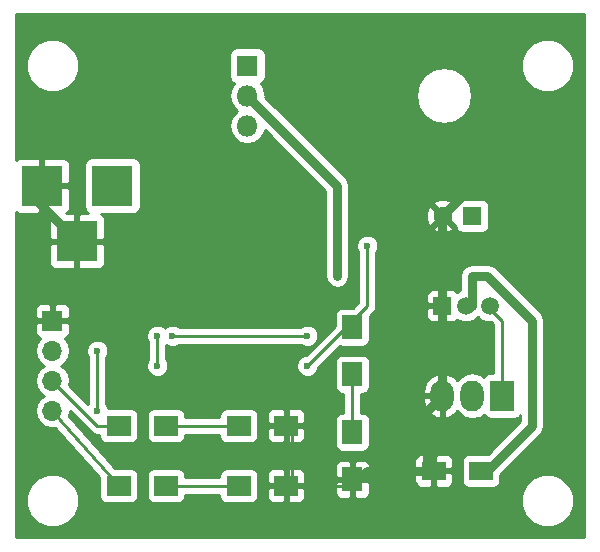
<source format=gbr>
G04 #@! TF.FileFunction,Copper,L1,Top,Signal*
%FSLAX46Y46*%
G04 Gerber Fmt 4.6, Leading zero omitted, Abs format (unit mm)*
G04 Created by KiCad (PCBNEW 4.0.7) date Tuesday, February 20, 2018 'PMt' 07:47:19 PM*
%MOMM*%
%LPD*%
G01*
G04 APERTURE LIST*
%ADD10C,0.100000*%
%ADD11R,1.600000X1.600000*%
%ADD12C,1.600000*%
%ADD13R,2.000000X1.600000*%
%ADD14R,2.000000X1.700000*%
%ADD15R,3.500000X3.500000*%
%ADD16R,1.700000X1.700000*%
%ADD17O,1.700000X1.700000*%
%ADD18R,1.800000X1.800000*%
%ADD19O,1.800000X1.800000*%
%ADD20R,1.500000X1.500000*%
%ADD21C,1.500000*%
%ADD22R,2.000000X2.600000*%
%ADD23O,2.000000X2.600000*%
%ADD24R,1.700000X2.000000*%
%ADD25C,0.600000*%
%ADD26C,0.750000*%
%ADD27C,0.250000*%
%ADD28C,0.254000*%
G04 APERTURE END LIST*
D10*
D11*
X90170000Y-31750000D03*
D12*
X87670000Y-31750000D03*
D13*
X90900000Y-53340000D03*
X86900000Y-53340000D03*
D14*
X64230000Y-54610000D03*
X60230000Y-54610000D03*
X64230000Y-49530000D03*
X60230000Y-49530000D03*
D15*
X59690000Y-29210000D03*
X53690000Y-29210000D03*
X56690000Y-33910000D03*
D16*
X54610000Y-40640000D03*
D17*
X54610000Y-43180000D03*
X54610000Y-45720000D03*
X54610000Y-48260000D03*
D14*
X70390000Y-54610000D03*
X74390000Y-54610000D03*
X70390000Y-49530000D03*
X74390000Y-49530000D03*
D18*
X71120000Y-19050000D03*
D19*
X71120000Y-21590000D03*
X71120000Y-24130000D03*
D20*
X87630000Y-39370000D03*
D21*
X89630000Y-39370000D03*
X91630000Y-39370000D03*
D22*
X92710000Y-46990000D03*
D23*
X90170000Y-46990000D03*
X87630000Y-46990000D03*
D24*
X80010000Y-45180000D03*
X80010000Y-41180000D03*
X80010000Y-50070000D03*
X80010000Y-54070000D03*
D25*
X92710000Y-25400000D03*
X76200000Y-44450000D03*
X81280000Y-34290000D03*
X78740000Y-36830000D03*
X58420000Y-43180000D03*
X58420000Y-48260000D03*
X63500000Y-41910000D03*
X63500000Y-44450000D03*
X64770000Y-41910000D03*
X76200000Y-41910000D03*
D26*
X87670000Y-31750000D02*
X87630000Y-31750000D01*
X87630000Y-31750000D02*
X92710000Y-26670000D01*
X92710000Y-26670000D02*
X92710000Y-25400000D01*
D27*
X56690000Y-33910000D02*
X57150000Y-34290000D01*
D26*
X57150000Y-34290000D02*
X53340000Y-30480000D01*
D27*
X53340000Y-30480000D02*
X53340000Y-29210000D01*
X53340000Y-29210000D02*
X53690000Y-29210000D01*
D26*
X87630000Y-46990000D02*
X86360000Y-48260000D01*
X86360000Y-48260000D02*
X86360000Y-53340000D01*
D27*
X86360000Y-53340000D02*
X86900000Y-53340000D01*
D26*
X86900000Y-53340000D02*
X81280000Y-53340000D01*
X81280000Y-53340000D02*
X80010000Y-54610000D01*
D27*
X80010000Y-54610000D02*
X80010000Y-54070000D01*
D26*
X87630000Y-39370000D02*
X87630000Y-31750000D01*
D27*
X87630000Y-31750000D02*
X87670000Y-31750000D01*
D26*
X87630000Y-39370000D02*
X87630000Y-46990000D01*
D27*
X80010000Y-54070000D02*
X80010000Y-54610000D01*
X80010000Y-54610000D02*
X74390000Y-54610000D01*
X74390000Y-54610000D02*
X74930000Y-54610000D01*
X74930000Y-54610000D02*
X74930000Y-49530000D01*
X74930000Y-49530000D02*
X74390000Y-49530000D01*
X80010000Y-41180000D02*
X80010000Y-40640000D01*
X80010000Y-40640000D02*
X76200000Y-44450000D01*
X80010000Y-41180000D02*
X80010000Y-40640000D01*
X80010000Y-40640000D02*
X81280000Y-39370000D01*
X81280000Y-39370000D02*
X81280000Y-34290000D01*
D26*
X71120000Y-21590000D02*
X78740000Y-29210000D01*
X78740000Y-29210000D02*
X78740000Y-36830000D01*
D27*
X89630000Y-39370000D02*
X90170000Y-39370000D01*
D26*
X90170000Y-39370000D02*
X90170000Y-36830000D01*
X95250000Y-49530000D02*
X91440000Y-53340000D01*
X95250000Y-40640000D02*
X95250000Y-49530000D01*
X91440000Y-36830000D02*
X95250000Y-40640000D01*
X90170000Y-36830000D02*
X91440000Y-36830000D01*
D27*
X91440000Y-53340000D02*
X90900000Y-53340000D01*
X64230000Y-54610000D02*
X70390000Y-54610000D01*
X58420000Y-48260000D02*
X58420000Y-43180000D01*
X60230000Y-54610000D02*
X59690000Y-54610000D01*
X54610000Y-48260000D02*
X60230000Y-54610000D01*
X70390000Y-49530000D02*
X64230000Y-49530000D01*
X60230000Y-49530000D02*
X58420000Y-49530000D01*
X58420000Y-49530000D02*
X54610000Y-45720000D01*
X60230000Y-49530000D02*
X59690000Y-49530000D01*
X63500000Y-44450000D02*
X63500000Y-41910000D01*
X73660000Y-41910000D02*
X76200000Y-41910000D01*
X64770000Y-41910000D02*
X73660000Y-41910000D01*
X91630000Y-39370000D02*
X91440000Y-39370000D01*
X91440000Y-39370000D02*
X92710000Y-40640000D01*
X92710000Y-40640000D02*
X92710000Y-46990000D01*
X80010000Y-50070000D02*
X80010000Y-45180000D01*
D28*
G36*
X99620000Y-58980000D02*
X51510000Y-58980000D01*
X51510000Y-56322619D01*
X52374613Y-56322619D01*
X52714155Y-57144372D01*
X53342321Y-57773636D01*
X54163481Y-58114611D01*
X55052619Y-58115387D01*
X55874372Y-57775845D01*
X56503636Y-57147679D01*
X56844611Y-56326519D01*
X56844614Y-56322619D01*
X94284613Y-56322619D01*
X94624155Y-57144372D01*
X95252321Y-57773636D01*
X96073481Y-58114611D01*
X96962619Y-58115387D01*
X97784372Y-57775845D01*
X98413636Y-57147679D01*
X98754611Y-56326519D01*
X98755387Y-55437381D01*
X98415845Y-54615628D01*
X97787679Y-53986364D01*
X96966519Y-53645389D01*
X96077381Y-53644613D01*
X95255628Y-53984155D01*
X94626364Y-54612321D01*
X94285389Y-55433481D01*
X94284613Y-56322619D01*
X56844614Y-56322619D01*
X56845387Y-55437381D01*
X56505845Y-54615628D01*
X55877679Y-53986364D01*
X55056519Y-53645389D01*
X54167381Y-53644613D01*
X53345628Y-53984155D01*
X52716364Y-54612321D01*
X52375389Y-55433481D01*
X52374613Y-56322619D01*
X51510000Y-56322619D01*
X51510000Y-43180000D01*
X53095907Y-43180000D01*
X53208946Y-43748285D01*
X53530853Y-44230054D01*
X53860026Y-44450000D01*
X53530853Y-44669946D01*
X53208946Y-45151715D01*
X53095907Y-45720000D01*
X53208946Y-46288285D01*
X53530853Y-46770054D01*
X53860026Y-46990000D01*
X53530853Y-47209946D01*
X53208946Y-47691715D01*
X53095907Y-48260000D01*
X53208946Y-48828285D01*
X53530853Y-49310054D01*
X54012622Y-49631961D01*
X54580907Y-49745000D01*
X54639093Y-49745000D01*
X54868919Y-49699285D01*
X58582560Y-53895302D01*
X58582560Y-55460000D01*
X58626838Y-55695317D01*
X58765910Y-55911441D01*
X58978110Y-56056431D01*
X59230000Y-56107440D01*
X61230000Y-56107440D01*
X61465317Y-56063162D01*
X61681441Y-55924090D01*
X61826431Y-55711890D01*
X61877440Y-55460000D01*
X61877440Y-53760000D01*
X62582560Y-53760000D01*
X62582560Y-55460000D01*
X62626838Y-55695317D01*
X62765910Y-55911441D01*
X62978110Y-56056431D01*
X63230000Y-56107440D01*
X65230000Y-56107440D01*
X65465317Y-56063162D01*
X65681441Y-55924090D01*
X65826431Y-55711890D01*
X65877440Y-55460000D01*
X65877440Y-55370000D01*
X68742560Y-55370000D01*
X68742560Y-55460000D01*
X68786838Y-55695317D01*
X68925910Y-55911441D01*
X69138110Y-56056431D01*
X69390000Y-56107440D01*
X71390000Y-56107440D01*
X71625317Y-56063162D01*
X71841441Y-55924090D01*
X71986431Y-55711890D01*
X72037440Y-55460000D01*
X72037440Y-54895750D01*
X72755000Y-54895750D01*
X72755000Y-55586310D01*
X72851673Y-55819699D01*
X73030302Y-55998327D01*
X73263691Y-56095000D01*
X74104250Y-56095000D01*
X74263000Y-55936250D01*
X74263000Y-54737000D01*
X74517000Y-54737000D01*
X74517000Y-55936250D01*
X74675750Y-56095000D01*
X75516309Y-56095000D01*
X75749698Y-55998327D01*
X75928327Y-55819699D01*
X76025000Y-55586310D01*
X76025000Y-54895750D01*
X75866250Y-54737000D01*
X74517000Y-54737000D01*
X74263000Y-54737000D01*
X72913750Y-54737000D01*
X72755000Y-54895750D01*
X72037440Y-54895750D01*
X72037440Y-53760000D01*
X72013674Y-53633690D01*
X72755000Y-53633690D01*
X72755000Y-54324250D01*
X72913750Y-54483000D01*
X74263000Y-54483000D01*
X74263000Y-53283750D01*
X74517000Y-53283750D01*
X74517000Y-54483000D01*
X75866250Y-54483000D01*
X75993500Y-54355750D01*
X78525000Y-54355750D01*
X78525000Y-55196309D01*
X78621673Y-55429698D01*
X78800301Y-55608327D01*
X79033690Y-55705000D01*
X79724250Y-55705000D01*
X79883000Y-55546250D01*
X79883000Y-54197000D01*
X80137000Y-54197000D01*
X80137000Y-55546250D01*
X80295750Y-55705000D01*
X80986310Y-55705000D01*
X81219699Y-55608327D01*
X81398327Y-55429698D01*
X81495000Y-55196309D01*
X81495000Y-54355750D01*
X81336250Y-54197000D01*
X80137000Y-54197000D01*
X79883000Y-54197000D01*
X78683750Y-54197000D01*
X78525000Y-54355750D01*
X75993500Y-54355750D01*
X76025000Y-54324250D01*
X76025000Y-53633690D01*
X75928327Y-53400301D01*
X75749698Y-53221673D01*
X75516309Y-53125000D01*
X74675750Y-53125000D01*
X74517000Y-53283750D01*
X74263000Y-53283750D01*
X74104250Y-53125000D01*
X73263691Y-53125000D01*
X73030302Y-53221673D01*
X72851673Y-53400301D01*
X72755000Y-53633690D01*
X72013674Y-53633690D01*
X71993162Y-53524683D01*
X71854090Y-53308559D01*
X71641890Y-53163569D01*
X71390000Y-53112560D01*
X69390000Y-53112560D01*
X69154683Y-53156838D01*
X68938559Y-53295910D01*
X68793569Y-53508110D01*
X68742560Y-53760000D01*
X68742560Y-53850000D01*
X65877440Y-53850000D01*
X65877440Y-53760000D01*
X65833162Y-53524683D01*
X65694090Y-53308559D01*
X65481890Y-53163569D01*
X65230000Y-53112560D01*
X63230000Y-53112560D01*
X62994683Y-53156838D01*
X62778559Y-53295910D01*
X62633569Y-53508110D01*
X62582560Y-53760000D01*
X61877440Y-53760000D01*
X61833162Y-53524683D01*
X61694090Y-53308559D01*
X61481890Y-53163569D01*
X61230000Y-53112560D01*
X59919611Y-53112560D01*
X59770156Y-52943691D01*
X78525000Y-52943691D01*
X78525000Y-53784250D01*
X78683750Y-53943000D01*
X79883000Y-53943000D01*
X79883000Y-52593750D01*
X80137000Y-52593750D01*
X80137000Y-53943000D01*
X81336250Y-53943000D01*
X81495000Y-53784250D01*
X81495000Y-53625750D01*
X85265000Y-53625750D01*
X85265000Y-54266310D01*
X85361673Y-54499699D01*
X85540302Y-54678327D01*
X85773691Y-54775000D01*
X86614250Y-54775000D01*
X86773000Y-54616250D01*
X86773000Y-53467000D01*
X87027000Y-53467000D01*
X87027000Y-54616250D01*
X87185750Y-54775000D01*
X88026309Y-54775000D01*
X88259698Y-54678327D01*
X88438327Y-54499699D01*
X88535000Y-54266310D01*
X88535000Y-53625750D01*
X88376250Y-53467000D01*
X87027000Y-53467000D01*
X86773000Y-53467000D01*
X85423750Y-53467000D01*
X85265000Y-53625750D01*
X81495000Y-53625750D01*
X81495000Y-52943691D01*
X81398327Y-52710302D01*
X81219699Y-52531673D01*
X80986310Y-52435000D01*
X80295750Y-52435000D01*
X80137000Y-52593750D01*
X79883000Y-52593750D01*
X79724250Y-52435000D01*
X79033690Y-52435000D01*
X78800301Y-52531673D01*
X78621673Y-52710302D01*
X78525000Y-52943691D01*
X59770156Y-52943691D01*
X59301085Y-52413690D01*
X85265000Y-52413690D01*
X85265000Y-53054250D01*
X85423750Y-53213000D01*
X86773000Y-53213000D01*
X86773000Y-52063750D01*
X87027000Y-52063750D01*
X87027000Y-53213000D01*
X88376250Y-53213000D01*
X88535000Y-53054250D01*
X88535000Y-52413690D01*
X88438327Y-52180301D01*
X88259698Y-52001673D01*
X88026309Y-51905000D01*
X87185750Y-51905000D01*
X87027000Y-52063750D01*
X86773000Y-52063750D01*
X86614250Y-51905000D01*
X85773691Y-51905000D01*
X85540302Y-52001673D01*
X85361673Y-52180301D01*
X85265000Y-52413690D01*
X59301085Y-52413690D01*
X56032489Y-48720526D01*
X56115981Y-48300783D01*
X57882599Y-50067401D01*
X58129161Y-50232148D01*
X58420000Y-50290000D01*
X58582560Y-50290000D01*
X58582560Y-50380000D01*
X58626838Y-50615317D01*
X58765910Y-50831441D01*
X58978110Y-50976431D01*
X59230000Y-51027440D01*
X61230000Y-51027440D01*
X61465317Y-50983162D01*
X61681441Y-50844090D01*
X61826431Y-50631890D01*
X61877440Y-50380000D01*
X61877440Y-48680000D01*
X62582560Y-48680000D01*
X62582560Y-50380000D01*
X62626838Y-50615317D01*
X62765910Y-50831441D01*
X62978110Y-50976431D01*
X63230000Y-51027440D01*
X65230000Y-51027440D01*
X65465317Y-50983162D01*
X65681441Y-50844090D01*
X65826431Y-50631890D01*
X65877440Y-50380000D01*
X65877440Y-50290000D01*
X68742560Y-50290000D01*
X68742560Y-50380000D01*
X68786838Y-50615317D01*
X68925910Y-50831441D01*
X69138110Y-50976431D01*
X69390000Y-51027440D01*
X71390000Y-51027440D01*
X71625317Y-50983162D01*
X71841441Y-50844090D01*
X71986431Y-50631890D01*
X72037440Y-50380000D01*
X72037440Y-49815750D01*
X72755000Y-49815750D01*
X72755000Y-50506310D01*
X72851673Y-50739699D01*
X73030302Y-50918327D01*
X73263691Y-51015000D01*
X74104250Y-51015000D01*
X74263000Y-50856250D01*
X74263000Y-49657000D01*
X74517000Y-49657000D01*
X74517000Y-50856250D01*
X74675750Y-51015000D01*
X75516309Y-51015000D01*
X75749698Y-50918327D01*
X75928327Y-50739699D01*
X76025000Y-50506310D01*
X76025000Y-49815750D01*
X75866250Y-49657000D01*
X74517000Y-49657000D01*
X74263000Y-49657000D01*
X72913750Y-49657000D01*
X72755000Y-49815750D01*
X72037440Y-49815750D01*
X72037440Y-48680000D01*
X72013674Y-48553690D01*
X72755000Y-48553690D01*
X72755000Y-49244250D01*
X72913750Y-49403000D01*
X74263000Y-49403000D01*
X74263000Y-48203750D01*
X74517000Y-48203750D01*
X74517000Y-49403000D01*
X75866250Y-49403000D01*
X76025000Y-49244250D01*
X76025000Y-48553690D01*
X75928327Y-48320301D01*
X75749698Y-48141673D01*
X75516309Y-48045000D01*
X74675750Y-48045000D01*
X74517000Y-48203750D01*
X74263000Y-48203750D01*
X74104250Y-48045000D01*
X73263691Y-48045000D01*
X73030302Y-48141673D01*
X72851673Y-48320301D01*
X72755000Y-48553690D01*
X72013674Y-48553690D01*
X71993162Y-48444683D01*
X71854090Y-48228559D01*
X71641890Y-48083569D01*
X71390000Y-48032560D01*
X69390000Y-48032560D01*
X69154683Y-48076838D01*
X68938559Y-48215910D01*
X68793569Y-48428110D01*
X68742560Y-48680000D01*
X68742560Y-48770000D01*
X65877440Y-48770000D01*
X65877440Y-48680000D01*
X65833162Y-48444683D01*
X65694090Y-48228559D01*
X65481890Y-48083569D01*
X65230000Y-48032560D01*
X63230000Y-48032560D01*
X62994683Y-48076838D01*
X62778559Y-48215910D01*
X62633569Y-48428110D01*
X62582560Y-48680000D01*
X61877440Y-48680000D01*
X61833162Y-48444683D01*
X61694090Y-48228559D01*
X61481890Y-48083569D01*
X61230000Y-48032560D01*
X59337695Y-48032560D01*
X59213117Y-47731057D01*
X59180000Y-47697882D01*
X59180000Y-43742463D01*
X59212192Y-43710327D01*
X59354838Y-43366799D01*
X59355162Y-42994833D01*
X59213117Y-42651057D01*
X58950327Y-42387808D01*
X58606799Y-42245162D01*
X58234833Y-42244838D01*
X57891057Y-42386883D01*
X57627808Y-42649673D01*
X57485162Y-42993201D01*
X57484838Y-43365167D01*
X57626883Y-43708943D01*
X57660000Y-43742118D01*
X57660000Y-47695198D01*
X56051210Y-46086408D01*
X56124093Y-45720000D01*
X56011054Y-45151715D01*
X55689147Y-44669946D01*
X55359974Y-44450000D01*
X55689147Y-44230054D01*
X56011054Y-43748285D01*
X56124093Y-43180000D01*
X56011054Y-42611715D01*
X55689147Y-42129946D01*
X55645223Y-42100597D01*
X55658332Y-42095167D01*
X62564838Y-42095167D01*
X62706883Y-42438943D01*
X62740000Y-42472118D01*
X62740000Y-43887537D01*
X62707808Y-43919673D01*
X62565162Y-44263201D01*
X62564838Y-44635167D01*
X62706883Y-44978943D01*
X62969673Y-45242192D01*
X63313201Y-45384838D01*
X63685167Y-45385162D01*
X64028943Y-45243117D01*
X64292192Y-44980327D01*
X64434838Y-44636799D01*
X64434839Y-44635167D01*
X75264838Y-44635167D01*
X75406883Y-44978943D01*
X75669673Y-45242192D01*
X76013201Y-45384838D01*
X76385167Y-45385162D01*
X76728943Y-45243117D01*
X76992192Y-44980327D01*
X77134838Y-44636799D01*
X77134879Y-44589923D01*
X77544802Y-44180000D01*
X78512560Y-44180000D01*
X78512560Y-46180000D01*
X78556838Y-46415317D01*
X78695910Y-46631441D01*
X78908110Y-46776431D01*
X79160000Y-46827440D01*
X79250000Y-46827440D01*
X79250000Y-48422560D01*
X79160000Y-48422560D01*
X78924683Y-48466838D01*
X78708559Y-48605910D01*
X78563569Y-48818110D01*
X78512560Y-49070000D01*
X78512560Y-51070000D01*
X78556838Y-51305317D01*
X78695910Y-51521441D01*
X78908110Y-51666431D01*
X79160000Y-51717440D01*
X80860000Y-51717440D01*
X81095317Y-51673162D01*
X81311441Y-51534090D01*
X81456431Y-51321890D01*
X81507440Y-51070000D01*
X81507440Y-49070000D01*
X81463162Y-48834683D01*
X81324090Y-48618559D01*
X81111890Y-48473569D01*
X80860000Y-48422560D01*
X80770000Y-48422560D01*
X80770000Y-47117000D01*
X85995000Y-47117000D01*
X85995000Y-47417000D01*
X86168058Y-48033020D01*
X86563683Y-48535922D01*
X87121645Y-48849144D01*
X87249566Y-48880124D01*
X87503000Y-48760777D01*
X87503000Y-47117000D01*
X85995000Y-47117000D01*
X80770000Y-47117000D01*
X80770000Y-46827440D01*
X80860000Y-46827440D01*
X81095317Y-46783162D01*
X81311441Y-46644090D01*
X81366847Y-46563000D01*
X85995000Y-46563000D01*
X85995000Y-46863000D01*
X87503000Y-46863000D01*
X87503000Y-45219223D01*
X87249566Y-45099876D01*
X87121645Y-45130856D01*
X86563683Y-45444078D01*
X86168058Y-45946980D01*
X85995000Y-46563000D01*
X81366847Y-46563000D01*
X81456431Y-46431890D01*
X81507440Y-46180000D01*
X81507440Y-44180000D01*
X81463162Y-43944683D01*
X81324090Y-43728559D01*
X81111890Y-43583569D01*
X80860000Y-43532560D01*
X79160000Y-43532560D01*
X78924683Y-43576838D01*
X78708559Y-43715910D01*
X78563569Y-43928110D01*
X78512560Y-44180000D01*
X77544802Y-44180000D01*
X78941591Y-42783211D01*
X79160000Y-42827440D01*
X80860000Y-42827440D01*
X81095317Y-42783162D01*
X81311441Y-42644090D01*
X81456431Y-42431890D01*
X81507440Y-42180000D01*
X81507440Y-40217362D01*
X81817401Y-39907401D01*
X81982148Y-39660840D01*
X81983160Y-39655750D01*
X86245000Y-39655750D01*
X86245000Y-40246310D01*
X86341673Y-40479699D01*
X86520302Y-40658327D01*
X86753691Y-40755000D01*
X87344250Y-40755000D01*
X87503000Y-40596250D01*
X87503000Y-39497000D01*
X86403750Y-39497000D01*
X86245000Y-39655750D01*
X81983160Y-39655750D01*
X82040000Y-39370000D01*
X82040000Y-38493690D01*
X86245000Y-38493690D01*
X86245000Y-39084250D01*
X86403750Y-39243000D01*
X87503000Y-39243000D01*
X87503000Y-38143750D01*
X87757000Y-38143750D01*
X87757000Y-39243000D01*
X87777000Y-39243000D01*
X87777000Y-39497000D01*
X87757000Y-39497000D01*
X87757000Y-40596250D01*
X87915750Y-40755000D01*
X88506309Y-40755000D01*
X88739698Y-40658327D01*
X88851593Y-40546433D01*
X89353298Y-40754759D01*
X89904285Y-40755240D01*
X90413515Y-40544831D01*
X90630036Y-40328687D01*
X90844436Y-40543461D01*
X91353298Y-40754759D01*
X91750304Y-40755106D01*
X91950000Y-40954802D01*
X91950000Y-45042560D01*
X91710000Y-45042560D01*
X91474683Y-45086838D01*
X91258559Y-45225910D01*
X91153049Y-45380329D01*
X90795687Y-45141548D01*
X90170000Y-45017091D01*
X89544313Y-45141548D01*
X89013880Y-45495971D01*
X88886781Y-45686188D01*
X88696317Y-45444078D01*
X88138355Y-45130856D01*
X88010434Y-45099876D01*
X87757000Y-45219223D01*
X87757000Y-46863000D01*
X87777000Y-46863000D01*
X87777000Y-47117000D01*
X87757000Y-47117000D01*
X87757000Y-48760777D01*
X88010434Y-48880124D01*
X88138355Y-48849144D01*
X88696317Y-48535922D01*
X88886781Y-48293812D01*
X89013880Y-48484029D01*
X89544313Y-48838452D01*
X90170000Y-48962909D01*
X90795687Y-48838452D01*
X91154192Y-48598907D01*
X91245910Y-48741441D01*
X91458110Y-48886431D01*
X91710000Y-48937440D01*
X93710000Y-48937440D01*
X93945317Y-48893162D01*
X94161441Y-48754090D01*
X94240000Y-48639115D01*
X94240000Y-49111644D01*
X91459084Y-51892560D01*
X89900000Y-51892560D01*
X89664683Y-51936838D01*
X89448559Y-52075910D01*
X89303569Y-52288110D01*
X89252560Y-52540000D01*
X89252560Y-54140000D01*
X89296838Y-54375317D01*
X89435910Y-54591441D01*
X89648110Y-54736431D01*
X89900000Y-54787440D01*
X91900000Y-54787440D01*
X92135317Y-54743162D01*
X92351441Y-54604090D01*
X92496431Y-54391890D01*
X92547440Y-54140000D01*
X92547440Y-53660916D01*
X95964178Y-50244178D01*
X96183118Y-49916510D01*
X96260000Y-49530000D01*
X96260000Y-40640000D01*
X96183118Y-40253490D01*
X95964178Y-39925822D01*
X92154178Y-36115822D01*
X91826510Y-35896882D01*
X91440000Y-35820000D01*
X90170000Y-35820000D01*
X89783490Y-35896882D01*
X89455822Y-36115822D01*
X89236882Y-36443490D01*
X89160000Y-36830000D01*
X89160000Y-38065628D01*
X88851233Y-38193207D01*
X88739698Y-38081673D01*
X88506309Y-37985000D01*
X87915750Y-37985000D01*
X87757000Y-38143750D01*
X87503000Y-38143750D01*
X87344250Y-37985000D01*
X86753691Y-37985000D01*
X86520302Y-38081673D01*
X86341673Y-38260301D01*
X86245000Y-38493690D01*
X82040000Y-38493690D01*
X82040000Y-34852463D01*
X82072192Y-34820327D01*
X82214838Y-34476799D01*
X82215162Y-34104833D01*
X82073117Y-33761057D01*
X81810327Y-33497808D01*
X81466799Y-33355162D01*
X81094833Y-33354838D01*
X80751057Y-33496883D01*
X80487808Y-33759673D01*
X80345162Y-34103201D01*
X80344838Y-34475167D01*
X80486883Y-34818943D01*
X80520000Y-34852118D01*
X80520000Y-39055198D01*
X80042638Y-39532560D01*
X79160000Y-39532560D01*
X78924683Y-39576838D01*
X78708559Y-39715910D01*
X78563569Y-39928110D01*
X78512560Y-40180000D01*
X78512560Y-41062638D01*
X76060320Y-43514878D01*
X76014833Y-43514838D01*
X75671057Y-43656883D01*
X75407808Y-43919673D01*
X75265162Y-44263201D01*
X75264838Y-44635167D01*
X64434839Y-44635167D01*
X64435162Y-44264833D01*
X64293117Y-43921057D01*
X64260000Y-43887882D01*
X64260000Y-42710633D01*
X64583201Y-42844838D01*
X64955167Y-42845162D01*
X65298943Y-42703117D01*
X65332118Y-42670000D01*
X75637537Y-42670000D01*
X75669673Y-42702192D01*
X76013201Y-42844838D01*
X76385167Y-42845162D01*
X76728943Y-42703117D01*
X76992192Y-42440327D01*
X77134838Y-42096799D01*
X77135162Y-41724833D01*
X76993117Y-41381057D01*
X76730327Y-41117808D01*
X76386799Y-40975162D01*
X76014833Y-40974838D01*
X75671057Y-41116883D01*
X75637882Y-41150000D01*
X65332463Y-41150000D01*
X65300327Y-41117808D01*
X64956799Y-40975162D01*
X64584833Y-40974838D01*
X64241057Y-41116883D01*
X64135046Y-41222710D01*
X64030327Y-41117808D01*
X63686799Y-40975162D01*
X63314833Y-40974838D01*
X62971057Y-41116883D01*
X62707808Y-41379673D01*
X62565162Y-41723201D01*
X62564838Y-42095167D01*
X55658332Y-42095167D01*
X55819698Y-42028327D01*
X55998327Y-41849699D01*
X56095000Y-41616310D01*
X56095000Y-40925750D01*
X55936250Y-40767000D01*
X54737000Y-40767000D01*
X54737000Y-40787000D01*
X54483000Y-40787000D01*
X54483000Y-40767000D01*
X53283750Y-40767000D01*
X53125000Y-40925750D01*
X53125000Y-41616310D01*
X53221673Y-41849699D01*
X53400302Y-42028327D01*
X53574777Y-42100597D01*
X53530853Y-42129946D01*
X53208946Y-42611715D01*
X53095907Y-43180000D01*
X51510000Y-43180000D01*
X51510000Y-39663690D01*
X53125000Y-39663690D01*
X53125000Y-40354250D01*
X53283750Y-40513000D01*
X54483000Y-40513000D01*
X54483000Y-39313750D01*
X54737000Y-39313750D01*
X54737000Y-40513000D01*
X55936250Y-40513000D01*
X56095000Y-40354250D01*
X56095000Y-39663690D01*
X55998327Y-39430301D01*
X55819698Y-39251673D01*
X55586309Y-39155000D01*
X54895750Y-39155000D01*
X54737000Y-39313750D01*
X54483000Y-39313750D01*
X54324250Y-39155000D01*
X53633691Y-39155000D01*
X53400302Y-39251673D01*
X53221673Y-39430301D01*
X53125000Y-39663690D01*
X51510000Y-39663690D01*
X51510000Y-34195750D01*
X54305000Y-34195750D01*
X54305000Y-35786310D01*
X54401673Y-36019699D01*
X54580302Y-36198327D01*
X54813691Y-36295000D01*
X56404250Y-36295000D01*
X56563000Y-36136250D01*
X56563000Y-34037000D01*
X56817000Y-34037000D01*
X56817000Y-36136250D01*
X56975750Y-36295000D01*
X58566309Y-36295000D01*
X58799698Y-36198327D01*
X58978327Y-36019699D01*
X59075000Y-35786310D01*
X59075000Y-34195750D01*
X58916250Y-34037000D01*
X56817000Y-34037000D01*
X56563000Y-34037000D01*
X54463750Y-34037000D01*
X54305000Y-34195750D01*
X51510000Y-34195750D01*
X51510000Y-31428025D01*
X51580302Y-31498327D01*
X51813691Y-31595000D01*
X53404250Y-31595000D01*
X53563000Y-31436250D01*
X53563000Y-29337000D01*
X53817000Y-29337000D01*
X53817000Y-31436250D01*
X53975750Y-31595000D01*
X54644696Y-31595000D01*
X54580302Y-31621673D01*
X54401673Y-31800301D01*
X54305000Y-32033690D01*
X54305000Y-33624250D01*
X54463750Y-33783000D01*
X56563000Y-33783000D01*
X56563000Y-31683750D01*
X56817000Y-31683750D01*
X56817000Y-33783000D01*
X58916250Y-33783000D01*
X59075000Y-33624250D01*
X59075000Y-32033690D01*
X58978327Y-31800301D01*
X58799698Y-31621673D01*
X58765337Y-31607440D01*
X61440000Y-31607440D01*
X61675317Y-31563162D01*
X61891441Y-31424090D01*
X62036431Y-31211890D01*
X62087440Y-30960000D01*
X62087440Y-27460000D01*
X62043162Y-27224683D01*
X61904090Y-27008559D01*
X61691890Y-26863569D01*
X61440000Y-26812560D01*
X57940000Y-26812560D01*
X57704683Y-26856838D01*
X57488559Y-26995910D01*
X57343569Y-27208110D01*
X57292560Y-27460000D01*
X57292560Y-30960000D01*
X57336838Y-31195317D01*
X57475910Y-31411441D01*
X57642109Y-31525000D01*
X56975750Y-31525000D01*
X56817000Y-31683750D01*
X56563000Y-31683750D01*
X56404250Y-31525000D01*
X55735304Y-31525000D01*
X55799698Y-31498327D01*
X55978327Y-31319699D01*
X56075000Y-31086310D01*
X56075000Y-29495750D01*
X55916250Y-29337000D01*
X53817000Y-29337000D01*
X53563000Y-29337000D01*
X53543000Y-29337000D01*
X53543000Y-29083000D01*
X53563000Y-29083000D01*
X53563000Y-26983750D01*
X53817000Y-26983750D01*
X53817000Y-29083000D01*
X55916250Y-29083000D01*
X56075000Y-28924250D01*
X56075000Y-27333690D01*
X55978327Y-27100301D01*
X55799698Y-26921673D01*
X55566309Y-26825000D01*
X53975750Y-26825000D01*
X53817000Y-26983750D01*
X53563000Y-26983750D01*
X53404250Y-26825000D01*
X51813691Y-26825000D01*
X51580302Y-26921673D01*
X51510000Y-26991975D01*
X51510000Y-19492619D01*
X52374613Y-19492619D01*
X52714155Y-20314372D01*
X53342321Y-20943636D01*
X54163481Y-21284611D01*
X55052619Y-21285387D01*
X55874372Y-20945845D01*
X56503636Y-20317679D01*
X56844611Y-19496519D01*
X56845387Y-18607381D01*
X56656401Y-18150000D01*
X69572560Y-18150000D01*
X69572560Y-19950000D01*
X69616838Y-20185317D01*
X69755910Y-20401441D01*
X69968110Y-20546431D01*
X69984344Y-20549719D01*
X69701845Y-20972509D01*
X69585000Y-21559928D01*
X69585000Y-21620072D01*
X69701845Y-22207491D01*
X70034591Y-22705481D01*
X70265845Y-22860000D01*
X70034591Y-23014519D01*
X69701845Y-23512509D01*
X69585000Y-24099928D01*
X69585000Y-24160072D01*
X69701845Y-24747491D01*
X70034591Y-25245481D01*
X70532581Y-25578227D01*
X71120000Y-25695072D01*
X71707419Y-25578227D01*
X72205409Y-25245481D01*
X72538155Y-24747491D01*
X72589750Y-24488106D01*
X77730000Y-29628356D01*
X77730000Y-36830000D01*
X77806882Y-37216510D01*
X78025822Y-37544178D01*
X78353490Y-37763118D01*
X78740000Y-37840000D01*
X79126510Y-37763118D01*
X79454178Y-37544178D01*
X79673118Y-37216510D01*
X79750000Y-36830000D01*
X79750000Y-32757745D01*
X86841861Y-32757745D01*
X86915995Y-33003864D01*
X87453223Y-33196965D01*
X88023454Y-33169778D01*
X88424005Y-33003864D01*
X88498139Y-32757745D01*
X87670000Y-31929605D01*
X86841861Y-32757745D01*
X79750000Y-32757745D01*
X79750000Y-31533223D01*
X86223035Y-31533223D01*
X86250222Y-32103454D01*
X86416136Y-32504005D01*
X86662255Y-32578139D01*
X87490395Y-31750000D01*
X87849605Y-31750000D01*
X88677745Y-32578139D01*
X88725167Y-32563855D01*
X88766838Y-32785317D01*
X88905910Y-33001441D01*
X89118110Y-33146431D01*
X89370000Y-33197440D01*
X90970000Y-33197440D01*
X91205317Y-33153162D01*
X91421441Y-33014090D01*
X91566431Y-32801890D01*
X91617440Y-32550000D01*
X91617440Y-30950000D01*
X91573162Y-30714683D01*
X91434090Y-30498559D01*
X91221890Y-30353569D01*
X90970000Y-30302560D01*
X89370000Y-30302560D01*
X89134683Y-30346838D01*
X88918559Y-30485910D01*
X88773569Y-30698110D01*
X88725354Y-30936201D01*
X88677745Y-30921861D01*
X87849605Y-31750000D01*
X87490395Y-31750000D01*
X86662255Y-30921861D01*
X86416136Y-30995995D01*
X86223035Y-31533223D01*
X79750000Y-31533223D01*
X79750000Y-30742255D01*
X86841861Y-30742255D01*
X87670000Y-31570395D01*
X88498139Y-30742255D01*
X88424005Y-30496136D01*
X87886777Y-30303035D01*
X87316546Y-30330222D01*
X86915995Y-30496136D01*
X86841861Y-30742255D01*
X79750000Y-30742255D01*
X79750000Y-29210000D01*
X79673118Y-28823490D01*
X79454178Y-28495822D01*
X72642296Y-21683940D01*
X72655000Y-21620072D01*
X72655000Y-21559928D01*
X72651688Y-21543275D01*
X85395000Y-21543275D01*
X85395000Y-21636725D01*
X85576547Y-22549425D01*
X86093550Y-23323175D01*
X86867300Y-23840178D01*
X87780000Y-24021725D01*
X88692700Y-23840178D01*
X89466450Y-23323175D01*
X89983453Y-22549425D01*
X90165000Y-21636725D01*
X90165000Y-21543275D01*
X89983453Y-20630575D01*
X89466450Y-19856825D01*
X88921377Y-19492619D01*
X94284613Y-19492619D01*
X94624155Y-20314372D01*
X95252321Y-20943636D01*
X96073481Y-21284611D01*
X96962619Y-21285387D01*
X97784372Y-20945845D01*
X98413636Y-20317679D01*
X98754611Y-19496519D01*
X98755387Y-18607381D01*
X98415845Y-17785628D01*
X97787679Y-17156364D01*
X96966519Y-16815389D01*
X96077381Y-16814613D01*
X95255628Y-17154155D01*
X94626364Y-17782321D01*
X94285389Y-18603481D01*
X94284613Y-19492619D01*
X88921377Y-19492619D01*
X88692700Y-19339822D01*
X87780000Y-19158275D01*
X86867300Y-19339822D01*
X86093550Y-19856825D01*
X85576547Y-20630575D01*
X85395000Y-21543275D01*
X72651688Y-21543275D01*
X72538155Y-20972509D01*
X72257163Y-20551974D01*
X72471441Y-20414090D01*
X72616431Y-20201890D01*
X72667440Y-19950000D01*
X72667440Y-18150000D01*
X72623162Y-17914683D01*
X72484090Y-17698559D01*
X72271890Y-17553569D01*
X72020000Y-17502560D01*
X70220000Y-17502560D01*
X69984683Y-17546838D01*
X69768559Y-17685910D01*
X69623569Y-17898110D01*
X69572560Y-18150000D01*
X56656401Y-18150000D01*
X56505845Y-17785628D01*
X55877679Y-17156364D01*
X55056519Y-16815389D01*
X54167381Y-16814613D01*
X53345628Y-17154155D01*
X52716364Y-17782321D01*
X52375389Y-18603481D01*
X52374613Y-19492619D01*
X51510000Y-19492619D01*
X51510000Y-14680000D01*
X99620000Y-14680000D01*
X99620000Y-58980000D01*
X99620000Y-58980000D01*
G37*
X99620000Y-58980000D02*
X51510000Y-58980000D01*
X51510000Y-56322619D01*
X52374613Y-56322619D01*
X52714155Y-57144372D01*
X53342321Y-57773636D01*
X54163481Y-58114611D01*
X55052619Y-58115387D01*
X55874372Y-57775845D01*
X56503636Y-57147679D01*
X56844611Y-56326519D01*
X56844614Y-56322619D01*
X94284613Y-56322619D01*
X94624155Y-57144372D01*
X95252321Y-57773636D01*
X96073481Y-58114611D01*
X96962619Y-58115387D01*
X97784372Y-57775845D01*
X98413636Y-57147679D01*
X98754611Y-56326519D01*
X98755387Y-55437381D01*
X98415845Y-54615628D01*
X97787679Y-53986364D01*
X96966519Y-53645389D01*
X96077381Y-53644613D01*
X95255628Y-53984155D01*
X94626364Y-54612321D01*
X94285389Y-55433481D01*
X94284613Y-56322619D01*
X56844614Y-56322619D01*
X56845387Y-55437381D01*
X56505845Y-54615628D01*
X55877679Y-53986364D01*
X55056519Y-53645389D01*
X54167381Y-53644613D01*
X53345628Y-53984155D01*
X52716364Y-54612321D01*
X52375389Y-55433481D01*
X52374613Y-56322619D01*
X51510000Y-56322619D01*
X51510000Y-43180000D01*
X53095907Y-43180000D01*
X53208946Y-43748285D01*
X53530853Y-44230054D01*
X53860026Y-44450000D01*
X53530853Y-44669946D01*
X53208946Y-45151715D01*
X53095907Y-45720000D01*
X53208946Y-46288285D01*
X53530853Y-46770054D01*
X53860026Y-46990000D01*
X53530853Y-47209946D01*
X53208946Y-47691715D01*
X53095907Y-48260000D01*
X53208946Y-48828285D01*
X53530853Y-49310054D01*
X54012622Y-49631961D01*
X54580907Y-49745000D01*
X54639093Y-49745000D01*
X54868919Y-49699285D01*
X58582560Y-53895302D01*
X58582560Y-55460000D01*
X58626838Y-55695317D01*
X58765910Y-55911441D01*
X58978110Y-56056431D01*
X59230000Y-56107440D01*
X61230000Y-56107440D01*
X61465317Y-56063162D01*
X61681441Y-55924090D01*
X61826431Y-55711890D01*
X61877440Y-55460000D01*
X61877440Y-53760000D01*
X62582560Y-53760000D01*
X62582560Y-55460000D01*
X62626838Y-55695317D01*
X62765910Y-55911441D01*
X62978110Y-56056431D01*
X63230000Y-56107440D01*
X65230000Y-56107440D01*
X65465317Y-56063162D01*
X65681441Y-55924090D01*
X65826431Y-55711890D01*
X65877440Y-55460000D01*
X65877440Y-55370000D01*
X68742560Y-55370000D01*
X68742560Y-55460000D01*
X68786838Y-55695317D01*
X68925910Y-55911441D01*
X69138110Y-56056431D01*
X69390000Y-56107440D01*
X71390000Y-56107440D01*
X71625317Y-56063162D01*
X71841441Y-55924090D01*
X71986431Y-55711890D01*
X72037440Y-55460000D01*
X72037440Y-54895750D01*
X72755000Y-54895750D01*
X72755000Y-55586310D01*
X72851673Y-55819699D01*
X73030302Y-55998327D01*
X73263691Y-56095000D01*
X74104250Y-56095000D01*
X74263000Y-55936250D01*
X74263000Y-54737000D01*
X74517000Y-54737000D01*
X74517000Y-55936250D01*
X74675750Y-56095000D01*
X75516309Y-56095000D01*
X75749698Y-55998327D01*
X75928327Y-55819699D01*
X76025000Y-55586310D01*
X76025000Y-54895750D01*
X75866250Y-54737000D01*
X74517000Y-54737000D01*
X74263000Y-54737000D01*
X72913750Y-54737000D01*
X72755000Y-54895750D01*
X72037440Y-54895750D01*
X72037440Y-53760000D01*
X72013674Y-53633690D01*
X72755000Y-53633690D01*
X72755000Y-54324250D01*
X72913750Y-54483000D01*
X74263000Y-54483000D01*
X74263000Y-53283750D01*
X74517000Y-53283750D01*
X74517000Y-54483000D01*
X75866250Y-54483000D01*
X75993500Y-54355750D01*
X78525000Y-54355750D01*
X78525000Y-55196309D01*
X78621673Y-55429698D01*
X78800301Y-55608327D01*
X79033690Y-55705000D01*
X79724250Y-55705000D01*
X79883000Y-55546250D01*
X79883000Y-54197000D01*
X80137000Y-54197000D01*
X80137000Y-55546250D01*
X80295750Y-55705000D01*
X80986310Y-55705000D01*
X81219699Y-55608327D01*
X81398327Y-55429698D01*
X81495000Y-55196309D01*
X81495000Y-54355750D01*
X81336250Y-54197000D01*
X80137000Y-54197000D01*
X79883000Y-54197000D01*
X78683750Y-54197000D01*
X78525000Y-54355750D01*
X75993500Y-54355750D01*
X76025000Y-54324250D01*
X76025000Y-53633690D01*
X75928327Y-53400301D01*
X75749698Y-53221673D01*
X75516309Y-53125000D01*
X74675750Y-53125000D01*
X74517000Y-53283750D01*
X74263000Y-53283750D01*
X74104250Y-53125000D01*
X73263691Y-53125000D01*
X73030302Y-53221673D01*
X72851673Y-53400301D01*
X72755000Y-53633690D01*
X72013674Y-53633690D01*
X71993162Y-53524683D01*
X71854090Y-53308559D01*
X71641890Y-53163569D01*
X71390000Y-53112560D01*
X69390000Y-53112560D01*
X69154683Y-53156838D01*
X68938559Y-53295910D01*
X68793569Y-53508110D01*
X68742560Y-53760000D01*
X68742560Y-53850000D01*
X65877440Y-53850000D01*
X65877440Y-53760000D01*
X65833162Y-53524683D01*
X65694090Y-53308559D01*
X65481890Y-53163569D01*
X65230000Y-53112560D01*
X63230000Y-53112560D01*
X62994683Y-53156838D01*
X62778559Y-53295910D01*
X62633569Y-53508110D01*
X62582560Y-53760000D01*
X61877440Y-53760000D01*
X61833162Y-53524683D01*
X61694090Y-53308559D01*
X61481890Y-53163569D01*
X61230000Y-53112560D01*
X59919611Y-53112560D01*
X59770156Y-52943691D01*
X78525000Y-52943691D01*
X78525000Y-53784250D01*
X78683750Y-53943000D01*
X79883000Y-53943000D01*
X79883000Y-52593750D01*
X80137000Y-52593750D01*
X80137000Y-53943000D01*
X81336250Y-53943000D01*
X81495000Y-53784250D01*
X81495000Y-53625750D01*
X85265000Y-53625750D01*
X85265000Y-54266310D01*
X85361673Y-54499699D01*
X85540302Y-54678327D01*
X85773691Y-54775000D01*
X86614250Y-54775000D01*
X86773000Y-54616250D01*
X86773000Y-53467000D01*
X87027000Y-53467000D01*
X87027000Y-54616250D01*
X87185750Y-54775000D01*
X88026309Y-54775000D01*
X88259698Y-54678327D01*
X88438327Y-54499699D01*
X88535000Y-54266310D01*
X88535000Y-53625750D01*
X88376250Y-53467000D01*
X87027000Y-53467000D01*
X86773000Y-53467000D01*
X85423750Y-53467000D01*
X85265000Y-53625750D01*
X81495000Y-53625750D01*
X81495000Y-52943691D01*
X81398327Y-52710302D01*
X81219699Y-52531673D01*
X80986310Y-52435000D01*
X80295750Y-52435000D01*
X80137000Y-52593750D01*
X79883000Y-52593750D01*
X79724250Y-52435000D01*
X79033690Y-52435000D01*
X78800301Y-52531673D01*
X78621673Y-52710302D01*
X78525000Y-52943691D01*
X59770156Y-52943691D01*
X59301085Y-52413690D01*
X85265000Y-52413690D01*
X85265000Y-53054250D01*
X85423750Y-53213000D01*
X86773000Y-53213000D01*
X86773000Y-52063750D01*
X87027000Y-52063750D01*
X87027000Y-53213000D01*
X88376250Y-53213000D01*
X88535000Y-53054250D01*
X88535000Y-52413690D01*
X88438327Y-52180301D01*
X88259698Y-52001673D01*
X88026309Y-51905000D01*
X87185750Y-51905000D01*
X87027000Y-52063750D01*
X86773000Y-52063750D01*
X86614250Y-51905000D01*
X85773691Y-51905000D01*
X85540302Y-52001673D01*
X85361673Y-52180301D01*
X85265000Y-52413690D01*
X59301085Y-52413690D01*
X56032489Y-48720526D01*
X56115981Y-48300783D01*
X57882599Y-50067401D01*
X58129161Y-50232148D01*
X58420000Y-50290000D01*
X58582560Y-50290000D01*
X58582560Y-50380000D01*
X58626838Y-50615317D01*
X58765910Y-50831441D01*
X58978110Y-50976431D01*
X59230000Y-51027440D01*
X61230000Y-51027440D01*
X61465317Y-50983162D01*
X61681441Y-50844090D01*
X61826431Y-50631890D01*
X61877440Y-50380000D01*
X61877440Y-48680000D01*
X62582560Y-48680000D01*
X62582560Y-50380000D01*
X62626838Y-50615317D01*
X62765910Y-50831441D01*
X62978110Y-50976431D01*
X63230000Y-51027440D01*
X65230000Y-51027440D01*
X65465317Y-50983162D01*
X65681441Y-50844090D01*
X65826431Y-50631890D01*
X65877440Y-50380000D01*
X65877440Y-50290000D01*
X68742560Y-50290000D01*
X68742560Y-50380000D01*
X68786838Y-50615317D01*
X68925910Y-50831441D01*
X69138110Y-50976431D01*
X69390000Y-51027440D01*
X71390000Y-51027440D01*
X71625317Y-50983162D01*
X71841441Y-50844090D01*
X71986431Y-50631890D01*
X72037440Y-50380000D01*
X72037440Y-49815750D01*
X72755000Y-49815750D01*
X72755000Y-50506310D01*
X72851673Y-50739699D01*
X73030302Y-50918327D01*
X73263691Y-51015000D01*
X74104250Y-51015000D01*
X74263000Y-50856250D01*
X74263000Y-49657000D01*
X74517000Y-49657000D01*
X74517000Y-50856250D01*
X74675750Y-51015000D01*
X75516309Y-51015000D01*
X75749698Y-50918327D01*
X75928327Y-50739699D01*
X76025000Y-50506310D01*
X76025000Y-49815750D01*
X75866250Y-49657000D01*
X74517000Y-49657000D01*
X74263000Y-49657000D01*
X72913750Y-49657000D01*
X72755000Y-49815750D01*
X72037440Y-49815750D01*
X72037440Y-48680000D01*
X72013674Y-48553690D01*
X72755000Y-48553690D01*
X72755000Y-49244250D01*
X72913750Y-49403000D01*
X74263000Y-49403000D01*
X74263000Y-48203750D01*
X74517000Y-48203750D01*
X74517000Y-49403000D01*
X75866250Y-49403000D01*
X76025000Y-49244250D01*
X76025000Y-48553690D01*
X75928327Y-48320301D01*
X75749698Y-48141673D01*
X75516309Y-48045000D01*
X74675750Y-48045000D01*
X74517000Y-48203750D01*
X74263000Y-48203750D01*
X74104250Y-48045000D01*
X73263691Y-48045000D01*
X73030302Y-48141673D01*
X72851673Y-48320301D01*
X72755000Y-48553690D01*
X72013674Y-48553690D01*
X71993162Y-48444683D01*
X71854090Y-48228559D01*
X71641890Y-48083569D01*
X71390000Y-48032560D01*
X69390000Y-48032560D01*
X69154683Y-48076838D01*
X68938559Y-48215910D01*
X68793569Y-48428110D01*
X68742560Y-48680000D01*
X68742560Y-48770000D01*
X65877440Y-48770000D01*
X65877440Y-48680000D01*
X65833162Y-48444683D01*
X65694090Y-48228559D01*
X65481890Y-48083569D01*
X65230000Y-48032560D01*
X63230000Y-48032560D01*
X62994683Y-48076838D01*
X62778559Y-48215910D01*
X62633569Y-48428110D01*
X62582560Y-48680000D01*
X61877440Y-48680000D01*
X61833162Y-48444683D01*
X61694090Y-48228559D01*
X61481890Y-48083569D01*
X61230000Y-48032560D01*
X59337695Y-48032560D01*
X59213117Y-47731057D01*
X59180000Y-47697882D01*
X59180000Y-43742463D01*
X59212192Y-43710327D01*
X59354838Y-43366799D01*
X59355162Y-42994833D01*
X59213117Y-42651057D01*
X58950327Y-42387808D01*
X58606799Y-42245162D01*
X58234833Y-42244838D01*
X57891057Y-42386883D01*
X57627808Y-42649673D01*
X57485162Y-42993201D01*
X57484838Y-43365167D01*
X57626883Y-43708943D01*
X57660000Y-43742118D01*
X57660000Y-47695198D01*
X56051210Y-46086408D01*
X56124093Y-45720000D01*
X56011054Y-45151715D01*
X55689147Y-44669946D01*
X55359974Y-44450000D01*
X55689147Y-44230054D01*
X56011054Y-43748285D01*
X56124093Y-43180000D01*
X56011054Y-42611715D01*
X55689147Y-42129946D01*
X55645223Y-42100597D01*
X55658332Y-42095167D01*
X62564838Y-42095167D01*
X62706883Y-42438943D01*
X62740000Y-42472118D01*
X62740000Y-43887537D01*
X62707808Y-43919673D01*
X62565162Y-44263201D01*
X62564838Y-44635167D01*
X62706883Y-44978943D01*
X62969673Y-45242192D01*
X63313201Y-45384838D01*
X63685167Y-45385162D01*
X64028943Y-45243117D01*
X64292192Y-44980327D01*
X64434838Y-44636799D01*
X64434839Y-44635167D01*
X75264838Y-44635167D01*
X75406883Y-44978943D01*
X75669673Y-45242192D01*
X76013201Y-45384838D01*
X76385167Y-45385162D01*
X76728943Y-45243117D01*
X76992192Y-44980327D01*
X77134838Y-44636799D01*
X77134879Y-44589923D01*
X77544802Y-44180000D01*
X78512560Y-44180000D01*
X78512560Y-46180000D01*
X78556838Y-46415317D01*
X78695910Y-46631441D01*
X78908110Y-46776431D01*
X79160000Y-46827440D01*
X79250000Y-46827440D01*
X79250000Y-48422560D01*
X79160000Y-48422560D01*
X78924683Y-48466838D01*
X78708559Y-48605910D01*
X78563569Y-48818110D01*
X78512560Y-49070000D01*
X78512560Y-51070000D01*
X78556838Y-51305317D01*
X78695910Y-51521441D01*
X78908110Y-51666431D01*
X79160000Y-51717440D01*
X80860000Y-51717440D01*
X81095317Y-51673162D01*
X81311441Y-51534090D01*
X81456431Y-51321890D01*
X81507440Y-51070000D01*
X81507440Y-49070000D01*
X81463162Y-48834683D01*
X81324090Y-48618559D01*
X81111890Y-48473569D01*
X80860000Y-48422560D01*
X80770000Y-48422560D01*
X80770000Y-47117000D01*
X85995000Y-47117000D01*
X85995000Y-47417000D01*
X86168058Y-48033020D01*
X86563683Y-48535922D01*
X87121645Y-48849144D01*
X87249566Y-48880124D01*
X87503000Y-48760777D01*
X87503000Y-47117000D01*
X85995000Y-47117000D01*
X80770000Y-47117000D01*
X80770000Y-46827440D01*
X80860000Y-46827440D01*
X81095317Y-46783162D01*
X81311441Y-46644090D01*
X81366847Y-46563000D01*
X85995000Y-46563000D01*
X85995000Y-46863000D01*
X87503000Y-46863000D01*
X87503000Y-45219223D01*
X87249566Y-45099876D01*
X87121645Y-45130856D01*
X86563683Y-45444078D01*
X86168058Y-45946980D01*
X85995000Y-46563000D01*
X81366847Y-46563000D01*
X81456431Y-46431890D01*
X81507440Y-46180000D01*
X81507440Y-44180000D01*
X81463162Y-43944683D01*
X81324090Y-43728559D01*
X81111890Y-43583569D01*
X80860000Y-43532560D01*
X79160000Y-43532560D01*
X78924683Y-43576838D01*
X78708559Y-43715910D01*
X78563569Y-43928110D01*
X78512560Y-44180000D01*
X77544802Y-44180000D01*
X78941591Y-42783211D01*
X79160000Y-42827440D01*
X80860000Y-42827440D01*
X81095317Y-42783162D01*
X81311441Y-42644090D01*
X81456431Y-42431890D01*
X81507440Y-42180000D01*
X81507440Y-40217362D01*
X81817401Y-39907401D01*
X81982148Y-39660840D01*
X81983160Y-39655750D01*
X86245000Y-39655750D01*
X86245000Y-40246310D01*
X86341673Y-40479699D01*
X86520302Y-40658327D01*
X86753691Y-40755000D01*
X87344250Y-40755000D01*
X87503000Y-40596250D01*
X87503000Y-39497000D01*
X86403750Y-39497000D01*
X86245000Y-39655750D01*
X81983160Y-39655750D01*
X82040000Y-39370000D01*
X82040000Y-38493690D01*
X86245000Y-38493690D01*
X86245000Y-39084250D01*
X86403750Y-39243000D01*
X87503000Y-39243000D01*
X87503000Y-38143750D01*
X87757000Y-38143750D01*
X87757000Y-39243000D01*
X87777000Y-39243000D01*
X87777000Y-39497000D01*
X87757000Y-39497000D01*
X87757000Y-40596250D01*
X87915750Y-40755000D01*
X88506309Y-40755000D01*
X88739698Y-40658327D01*
X88851593Y-40546433D01*
X89353298Y-40754759D01*
X89904285Y-40755240D01*
X90413515Y-40544831D01*
X90630036Y-40328687D01*
X90844436Y-40543461D01*
X91353298Y-40754759D01*
X91750304Y-40755106D01*
X91950000Y-40954802D01*
X91950000Y-45042560D01*
X91710000Y-45042560D01*
X91474683Y-45086838D01*
X91258559Y-45225910D01*
X91153049Y-45380329D01*
X90795687Y-45141548D01*
X90170000Y-45017091D01*
X89544313Y-45141548D01*
X89013880Y-45495971D01*
X88886781Y-45686188D01*
X88696317Y-45444078D01*
X88138355Y-45130856D01*
X88010434Y-45099876D01*
X87757000Y-45219223D01*
X87757000Y-46863000D01*
X87777000Y-46863000D01*
X87777000Y-47117000D01*
X87757000Y-47117000D01*
X87757000Y-48760777D01*
X88010434Y-48880124D01*
X88138355Y-48849144D01*
X88696317Y-48535922D01*
X88886781Y-48293812D01*
X89013880Y-48484029D01*
X89544313Y-48838452D01*
X90170000Y-48962909D01*
X90795687Y-48838452D01*
X91154192Y-48598907D01*
X91245910Y-48741441D01*
X91458110Y-48886431D01*
X91710000Y-48937440D01*
X93710000Y-48937440D01*
X93945317Y-48893162D01*
X94161441Y-48754090D01*
X94240000Y-48639115D01*
X94240000Y-49111644D01*
X91459084Y-51892560D01*
X89900000Y-51892560D01*
X89664683Y-51936838D01*
X89448559Y-52075910D01*
X89303569Y-52288110D01*
X89252560Y-52540000D01*
X89252560Y-54140000D01*
X89296838Y-54375317D01*
X89435910Y-54591441D01*
X89648110Y-54736431D01*
X89900000Y-54787440D01*
X91900000Y-54787440D01*
X92135317Y-54743162D01*
X92351441Y-54604090D01*
X92496431Y-54391890D01*
X92547440Y-54140000D01*
X92547440Y-53660916D01*
X95964178Y-50244178D01*
X96183118Y-49916510D01*
X96260000Y-49530000D01*
X96260000Y-40640000D01*
X96183118Y-40253490D01*
X95964178Y-39925822D01*
X92154178Y-36115822D01*
X91826510Y-35896882D01*
X91440000Y-35820000D01*
X90170000Y-35820000D01*
X89783490Y-35896882D01*
X89455822Y-36115822D01*
X89236882Y-36443490D01*
X89160000Y-36830000D01*
X89160000Y-38065628D01*
X88851233Y-38193207D01*
X88739698Y-38081673D01*
X88506309Y-37985000D01*
X87915750Y-37985000D01*
X87757000Y-38143750D01*
X87503000Y-38143750D01*
X87344250Y-37985000D01*
X86753691Y-37985000D01*
X86520302Y-38081673D01*
X86341673Y-38260301D01*
X86245000Y-38493690D01*
X82040000Y-38493690D01*
X82040000Y-34852463D01*
X82072192Y-34820327D01*
X82214838Y-34476799D01*
X82215162Y-34104833D01*
X82073117Y-33761057D01*
X81810327Y-33497808D01*
X81466799Y-33355162D01*
X81094833Y-33354838D01*
X80751057Y-33496883D01*
X80487808Y-33759673D01*
X80345162Y-34103201D01*
X80344838Y-34475167D01*
X80486883Y-34818943D01*
X80520000Y-34852118D01*
X80520000Y-39055198D01*
X80042638Y-39532560D01*
X79160000Y-39532560D01*
X78924683Y-39576838D01*
X78708559Y-39715910D01*
X78563569Y-39928110D01*
X78512560Y-40180000D01*
X78512560Y-41062638D01*
X76060320Y-43514878D01*
X76014833Y-43514838D01*
X75671057Y-43656883D01*
X75407808Y-43919673D01*
X75265162Y-44263201D01*
X75264838Y-44635167D01*
X64434839Y-44635167D01*
X64435162Y-44264833D01*
X64293117Y-43921057D01*
X64260000Y-43887882D01*
X64260000Y-42710633D01*
X64583201Y-42844838D01*
X64955167Y-42845162D01*
X65298943Y-42703117D01*
X65332118Y-42670000D01*
X75637537Y-42670000D01*
X75669673Y-42702192D01*
X76013201Y-42844838D01*
X76385167Y-42845162D01*
X76728943Y-42703117D01*
X76992192Y-42440327D01*
X77134838Y-42096799D01*
X77135162Y-41724833D01*
X76993117Y-41381057D01*
X76730327Y-41117808D01*
X76386799Y-40975162D01*
X76014833Y-40974838D01*
X75671057Y-41116883D01*
X75637882Y-41150000D01*
X65332463Y-41150000D01*
X65300327Y-41117808D01*
X64956799Y-40975162D01*
X64584833Y-40974838D01*
X64241057Y-41116883D01*
X64135046Y-41222710D01*
X64030327Y-41117808D01*
X63686799Y-40975162D01*
X63314833Y-40974838D01*
X62971057Y-41116883D01*
X62707808Y-41379673D01*
X62565162Y-41723201D01*
X62564838Y-42095167D01*
X55658332Y-42095167D01*
X55819698Y-42028327D01*
X55998327Y-41849699D01*
X56095000Y-41616310D01*
X56095000Y-40925750D01*
X55936250Y-40767000D01*
X54737000Y-40767000D01*
X54737000Y-40787000D01*
X54483000Y-40787000D01*
X54483000Y-40767000D01*
X53283750Y-40767000D01*
X53125000Y-40925750D01*
X53125000Y-41616310D01*
X53221673Y-41849699D01*
X53400302Y-42028327D01*
X53574777Y-42100597D01*
X53530853Y-42129946D01*
X53208946Y-42611715D01*
X53095907Y-43180000D01*
X51510000Y-43180000D01*
X51510000Y-39663690D01*
X53125000Y-39663690D01*
X53125000Y-40354250D01*
X53283750Y-40513000D01*
X54483000Y-40513000D01*
X54483000Y-39313750D01*
X54737000Y-39313750D01*
X54737000Y-40513000D01*
X55936250Y-40513000D01*
X56095000Y-40354250D01*
X56095000Y-39663690D01*
X55998327Y-39430301D01*
X55819698Y-39251673D01*
X55586309Y-39155000D01*
X54895750Y-39155000D01*
X54737000Y-39313750D01*
X54483000Y-39313750D01*
X54324250Y-39155000D01*
X53633691Y-39155000D01*
X53400302Y-39251673D01*
X53221673Y-39430301D01*
X53125000Y-39663690D01*
X51510000Y-39663690D01*
X51510000Y-34195750D01*
X54305000Y-34195750D01*
X54305000Y-35786310D01*
X54401673Y-36019699D01*
X54580302Y-36198327D01*
X54813691Y-36295000D01*
X56404250Y-36295000D01*
X56563000Y-36136250D01*
X56563000Y-34037000D01*
X56817000Y-34037000D01*
X56817000Y-36136250D01*
X56975750Y-36295000D01*
X58566309Y-36295000D01*
X58799698Y-36198327D01*
X58978327Y-36019699D01*
X59075000Y-35786310D01*
X59075000Y-34195750D01*
X58916250Y-34037000D01*
X56817000Y-34037000D01*
X56563000Y-34037000D01*
X54463750Y-34037000D01*
X54305000Y-34195750D01*
X51510000Y-34195750D01*
X51510000Y-31428025D01*
X51580302Y-31498327D01*
X51813691Y-31595000D01*
X53404250Y-31595000D01*
X53563000Y-31436250D01*
X53563000Y-29337000D01*
X53817000Y-29337000D01*
X53817000Y-31436250D01*
X53975750Y-31595000D01*
X54644696Y-31595000D01*
X54580302Y-31621673D01*
X54401673Y-31800301D01*
X54305000Y-32033690D01*
X54305000Y-33624250D01*
X54463750Y-33783000D01*
X56563000Y-33783000D01*
X56563000Y-31683750D01*
X56817000Y-31683750D01*
X56817000Y-33783000D01*
X58916250Y-33783000D01*
X59075000Y-33624250D01*
X59075000Y-32033690D01*
X58978327Y-31800301D01*
X58799698Y-31621673D01*
X58765337Y-31607440D01*
X61440000Y-31607440D01*
X61675317Y-31563162D01*
X61891441Y-31424090D01*
X62036431Y-31211890D01*
X62087440Y-30960000D01*
X62087440Y-27460000D01*
X62043162Y-27224683D01*
X61904090Y-27008559D01*
X61691890Y-26863569D01*
X61440000Y-26812560D01*
X57940000Y-26812560D01*
X57704683Y-26856838D01*
X57488559Y-26995910D01*
X57343569Y-27208110D01*
X57292560Y-27460000D01*
X57292560Y-30960000D01*
X57336838Y-31195317D01*
X57475910Y-31411441D01*
X57642109Y-31525000D01*
X56975750Y-31525000D01*
X56817000Y-31683750D01*
X56563000Y-31683750D01*
X56404250Y-31525000D01*
X55735304Y-31525000D01*
X55799698Y-31498327D01*
X55978327Y-31319699D01*
X56075000Y-31086310D01*
X56075000Y-29495750D01*
X55916250Y-29337000D01*
X53817000Y-29337000D01*
X53563000Y-29337000D01*
X53543000Y-29337000D01*
X53543000Y-29083000D01*
X53563000Y-29083000D01*
X53563000Y-26983750D01*
X53817000Y-26983750D01*
X53817000Y-29083000D01*
X55916250Y-29083000D01*
X56075000Y-28924250D01*
X56075000Y-27333690D01*
X55978327Y-27100301D01*
X55799698Y-26921673D01*
X55566309Y-26825000D01*
X53975750Y-26825000D01*
X53817000Y-26983750D01*
X53563000Y-26983750D01*
X53404250Y-26825000D01*
X51813691Y-26825000D01*
X51580302Y-26921673D01*
X51510000Y-26991975D01*
X51510000Y-19492619D01*
X52374613Y-19492619D01*
X52714155Y-20314372D01*
X53342321Y-20943636D01*
X54163481Y-21284611D01*
X55052619Y-21285387D01*
X55874372Y-20945845D01*
X56503636Y-20317679D01*
X56844611Y-19496519D01*
X56845387Y-18607381D01*
X56656401Y-18150000D01*
X69572560Y-18150000D01*
X69572560Y-19950000D01*
X69616838Y-20185317D01*
X69755910Y-20401441D01*
X69968110Y-20546431D01*
X69984344Y-20549719D01*
X69701845Y-20972509D01*
X69585000Y-21559928D01*
X69585000Y-21620072D01*
X69701845Y-22207491D01*
X70034591Y-22705481D01*
X70265845Y-22860000D01*
X70034591Y-23014519D01*
X69701845Y-23512509D01*
X69585000Y-24099928D01*
X69585000Y-24160072D01*
X69701845Y-24747491D01*
X70034591Y-25245481D01*
X70532581Y-25578227D01*
X71120000Y-25695072D01*
X71707419Y-25578227D01*
X72205409Y-25245481D01*
X72538155Y-24747491D01*
X72589750Y-24488106D01*
X77730000Y-29628356D01*
X77730000Y-36830000D01*
X77806882Y-37216510D01*
X78025822Y-37544178D01*
X78353490Y-37763118D01*
X78740000Y-37840000D01*
X79126510Y-37763118D01*
X79454178Y-37544178D01*
X79673118Y-37216510D01*
X79750000Y-36830000D01*
X79750000Y-32757745D01*
X86841861Y-32757745D01*
X86915995Y-33003864D01*
X87453223Y-33196965D01*
X88023454Y-33169778D01*
X88424005Y-33003864D01*
X88498139Y-32757745D01*
X87670000Y-31929605D01*
X86841861Y-32757745D01*
X79750000Y-32757745D01*
X79750000Y-31533223D01*
X86223035Y-31533223D01*
X86250222Y-32103454D01*
X86416136Y-32504005D01*
X86662255Y-32578139D01*
X87490395Y-31750000D01*
X87849605Y-31750000D01*
X88677745Y-32578139D01*
X88725167Y-32563855D01*
X88766838Y-32785317D01*
X88905910Y-33001441D01*
X89118110Y-33146431D01*
X89370000Y-33197440D01*
X90970000Y-33197440D01*
X91205317Y-33153162D01*
X91421441Y-33014090D01*
X91566431Y-32801890D01*
X91617440Y-32550000D01*
X91617440Y-30950000D01*
X91573162Y-30714683D01*
X91434090Y-30498559D01*
X91221890Y-30353569D01*
X90970000Y-30302560D01*
X89370000Y-30302560D01*
X89134683Y-30346838D01*
X88918559Y-30485910D01*
X88773569Y-30698110D01*
X88725354Y-30936201D01*
X88677745Y-30921861D01*
X87849605Y-31750000D01*
X87490395Y-31750000D01*
X86662255Y-30921861D01*
X86416136Y-30995995D01*
X86223035Y-31533223D01*
X79750000Y-31533223D01*
X79750000Y-30742255D01*
X86841861Y-30742255D01*
X87670000Y-31570395D01*
X88498139Y-30742255D01*
X88424005Y-30496136D01*
X87886777Y-30303035D01*
X87316546Y-30330222D01*
X86915995Y-30496136D01*
X86841861Y-30742255D01*
X79750000Y-30742255D01*
X79750000Y-29210000D01*
X79673118Y-28823490D01*
X79454178Y-28495822D01*
X72642296Y-21683940D01*
X72655000Y-21620072D01*
X72655000Y-21559928D01*
X72651688Y-21543275D01*
X85395000Y-21543275D01*
X85395000Y-21636725D01*
X85576547Y-22549425D01*
X86093550Y-23323175D01*
X86867300Y-23840178D01*
X87780000Y-24021725D01*
X88692700Y-23840178D01*
X89466450Y-23323175D01*
X89983453Y-22549425D01*
X90165000Y-21636725D01*
X90165000Y-21543275D01*
X89983453Y-20630575D01*
X89466450Y-19856825D01*
X88921377Y-19492619D01*
X94284613Y-19492619D01*
X94624155Y-20314372D01*
X95252321Y-20943636D01*
X96073481Y-21284611D01*
X96962619Y-21285387D01*
X97784372Y-20945845D01*
X98413636Y-20317679D01*
X98754611Y-19496519D01*
X98755387Y-18607381D01*
X98415845Y-17785628D01*
X97787679Y-17156364D01*
X96966519Y-16815389D01*
X96077381Y-16814613D01*
X95255628Y-17154155D01*
X94626364Y-17782321D01*
X94285389Y-18603481D01*
X94284613Y-19492619D01*
X88921377Y-19492619D01*
X88692700Y-19339822D01*
X87780000Y-19158275D01*
X86867300Y-19339822D01*
X86093550Y-19856825D01*
X85576547Y-20630575D01*
X85395000Y-21543275D01*
X72651688Y-21543275D01*
X72538155Y-20972509D01*
X72257163Y-20551974D01*
X72471441Y-20414090D01*
X72616431Y-20201890D01*
X72667440Y-19950000D01*
X72667440Y-18150000D01*
X72623162Y-17914683D01*
X72484090Y-17698559D01*
X72271890Y-17553569D01*
X72020000Y-17502560D01*
X70220000Y-17502560D01*
X69984683Y-17546838D01*
X69768559Y-17685910D01*
X69623569Y-17898110D01*
X69572560Y-18150000D01*
X56656401Y-18150000D01*
X56505845Y-17785628D01*
X55877679Y-17156364D01*
X55056519Y-16815389D01*
X54167381Y-16814613D01*
X53345628Y-17154155D01*
X52716364Y-17782321D01*
X52375389Y-18603481D01*
X52374613Y-19492619D01*
X51510000Y-19492619D01*
X51510000Y-14680000D01*
X99620000Y-14680000D01*
X99620000Y-58980000D01*
M02*

</source>
